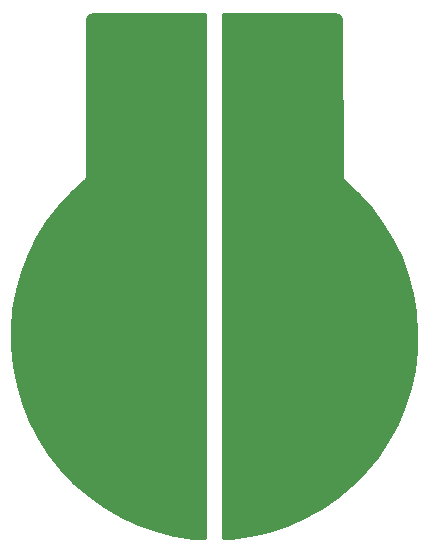
<source format=gbr>
%TF.GenerationSoftware,KiCad,Pcbnew,(5.1.9)-1*%
%TF.CreationDate,2022-03-15T15:55:04-05:00*%
%TF.ProjectId,ArmMotorPCBJ4,41726d4d-6f74-46f7-9250-43424a342e6b,rev?*%
%TF.SameCoordinates,Original*%
%TF.FileFunction,Copper,L1,Top*%
%TF.FilePolarity,Positive*%
%FSLAX46Y46*%
G04 Gerber Fmt 4.6, Leading zero omitted, Abs format (unit mm)*
G04 Created by KiCad (PCBNEW (5.1.9)-1) date 2022-03-15 15:55:04*
%MOMM*%
%LPD*%
G01*
G04 APERTURE LIST*
%TA.AperFunction,ComponentPad*%
%ADD10O,3.000000X5.100000*%
%TD*%
%TA.AperFunction,ComponentPad*%
%ADD11O,5.100000X3.000000*%
%TD*%
%TA.AperFunction,Conductor*%
%ADD12C,0.254000*%
%TD*%
%TA.AperFunction,Conductor*%
%ADD13C,0.100000*%
%TD*%
G04 APERTURE END LIST*
%TO.P,TP1,1*%
%TO.N,Net-(Conn1-Pad2)*%
%TA.AperFunction,ComponentPad*%
G36*
G01*
X138533307Y-73402392D02*
X137048381Y-74887318D01*
G75*
G02*
X134927063Y-74887318I-1060659J1060659D01*
G01*
X134927063Y-74887318D01*
G75*
G02*
X134927063Y-72766000I1060659J1060659D01*
G01*
X136411989Y-71281074D01*
G75*
G02*
X138533307Y-71281074I1060659J-1060659D01*
G01*
X138533307Y-71281074D01*
G75*
G02*
X138533307Y-73402392I-1060659J-1060659D01*
G01*
G37*
%TD.AperFunction*%
%TD*%
%TO.P,TP2,1*%
%TO.N,Net-(Conn1-Pad1)*%
%TA.AperFunction,ComponentPad*%
G36*
G01*
X115506233Y-53693068D02*
X116991159Y-52208142D01*
G75*
G02*
X119112477Y-52208142I1060659J-1060659D01*
G01*
X119112477Y-52208142D01*
G75*
G02*
X119112477Y-54329460I-1060659J-1060659D01*
G01*
X117627551Y-55814386D01*
G75*
G02*
X115506233Y-55814386I-1060659J1060659D01*
G01*
X115506233Y-55814386D01*
G75*
G02*
X115506233Y-53693068I1060659J1060659D01*
G01*
G37*
%TD.AperFunction*%
%TD*%
D10*
%TO.P,TP2,1*%
%TO.N,Net-(Conn1-Pad2)*%
X140609600Y-63377000D03*
%TD*%
%TO.P,TP1,1*%
%TO.N,Net-(Conn1-Pad1)*%
X113390400Y-63623000D03*
%TD*%
D11*
%TO.P,Conn1,2*%
%TO.N,Net-(Conn1-Pad2)*%
X130863000Y-39496000D03*
%TO.P,Conn1,1*%
%TO.N,Net-(Conn1-Pad1)*%
X122963000Y-39496000D03*
%TD*%
D12*
%TO.N,Net-(Conn1-Pad2)*%
X137277869Y-36234722D02*
X137391246Y-36268953D01*
X137495819Y-36324555D01*
X137587596Y-36399407D01*
X137663091Y-36490664D01*
X137719419Y-36594844D01*
X137754440Y-36707976D01*
X137770063Y-36856620D01*
X137801392Y-49907779D01*
X137811175Y-50004720D01*
X137849214Y-50129039D01*
X137910774Y-50243549D01*
X137993492Y-50343848D01*
X138028066Y-50372084D01*
X139221777Y-51476231D01*
X140299078Y-52679771D01*
X141258324Y-53979335D01*
X142091019Y-55363417D01*
X142789765Y-56819719D01*
X143348362Y-58335321D01*
X143761846Y-59896754D01*
X144026552Y-61490176D01*
X144140128Y-63101428D01*
X144101568Y-64716232D01*
X143911212Y-66320240D01*
X143570756Y-67899192D01*
X143083206Y-69439135D01*
X142452912Y-70926330D01*
X141685449Y-72347623D01*
X140787640Y-73690379D01*
X139767455Y-74942681D01*
X138633938Y-76093424D01*
X137397159Y-77132386D01*
X136068098Y-78050342D01*
X134658545Y-78839150D01*
X133181021Y-79491805D01*
X131648625Y-80002519D01*
X130074964Y-80366756D01*
X128474019Y-80581280D01*
X127762000Y-80609032D01*
X127762000Y-36220000D01*
X137127721Y-36220000D01*
X137277869Y-36234722D01*
%TA.AperFunction,Conductor*%
D13*
G36*
X137277869Y-36234722D02*
G01*
X137391246Y-36268953D01*
X137495819Y-36324555D01*
X137587596Y-36399407D01*
X137663091Y-36490664D01*
X137719419Y-36594844D01*
X137754440Y-36707976D01*
X137770063Y-36856620D01*
X137801392Y-49907779D01*
X137811175Y-50004720D01*
X137849214Y-50129039D01*
X137910774Y-50243549D01*
X137993492Y-50343848D01*
X138028066Y-50372084D01*
X139221777Y-51476231D01*
X140299078Y-52679771D01*
X141258324Y-53979335D01*
X142091019Y-55363417D01*
X142789765Y-56819719D01*
X143348362Y-58335321D01*
X143761846Y-59896754D01*
X144026552Y-61490176D01*
X144140128Y-63101428D01*
X144101568Y-64716232D01*
X143911212Y-66320240D01*
X143570756Y-67899192D01*
X143083206Y-69439135D01*
X142452912Y-70926330D01*
X141685449Y-72347623D01*
X140787640Y-73690379D01*
X139767455Y-74942681D01*
X138633938Y-76093424D01*
X137397159Y-77132386D01*
X136068098Y-78050342D01*
X134658545Y-78839150D01*
X133181021Y-79491805D01*
X131648625Y-80002519D01*
X130074964Y-80366756D01*
X128474019Y-80581280D01*
X127762000Y-80609032D01*
X127762000Y-36220000D01*
X137127721Y-36220000D01*
X137277869Y-36234722D01*
G37*
%TD.AperFunction*%
%TD*%
D12*
%TO.N,Net-(Conn1-Pad1)*%
X126238000Y-80609765D02*
X125247197Y-80554927D01*
X123649974Y-80314284D01*
X122082458Y-79924391D01*
X120558616Y-79388720D01*
X119091946Y-78712019D01*
X117695471Y-77900297D01*
X116381568Y-76960748D01*
X115161927Y-75901729D01*
X114047361Y-74732630D01*
X113047761Y-73463829D01*
X112172001Y-72106584D01*
X111427859Y-70672954D01*
X110821933Y-69175647D01*
X110359607Y-67627976D01*
X110044980Y-66043649D01*
X109880848Y-64436749D01*
X109868668Y-62821549D01*
X110008546Y-61212351D01*
X110299243Y-59623461D01*
X110738172Y-58068996D01*
X111321448Y-56562719D01*
X112043885Y-55118026D01*
X112899072Y-53747735D01*
X113879420Y-52464003D01*
X114977808Y-51276519D01*
X116001446Y-50347225D01*
X116038948Y-50316448D01*
X116121425Y-50215950D01*
X116182710Y-50101293D01*
X116220450Y-49976883D01*
X116230000Y-49879919D01*
X116230000Y-36862279D01*
X116244722Y-36712131D01*
X116278953Y-36598754D01*
X116334555Y-36494181D01*
X116409407Y-36402404D01*
X116500664Y-36326909D01*
X116604844Y-36270581D01*
X116717976Y-36235560D01*
X116866022Y-36220000D01*
X126238000Y-36220000D01*
X126238000Y-80609765D01*
%TA.AperFunction,Conductor*%
D13*
G36*
X126238000Y-80609765D02*
G01*
X125247197Y-80554927D01*
X123649974Y-80314284D01*
X122082458Y-79924391D01*
X120558616Y-79388720D01*
X119091946Y-78712019D01*
X117695471Y-77900297D01*
X116381568Y-76960748D01*
X115161927Y-75901729D01*
X114047361Y-74732630D01*
X113047761Y-73463829D01*
X112172001Y-72106584D01*
X111427859Y-70672954D01*
X110821933Y-69175647D01*
X110359607Y-67627976D01*
X110044980Y-66043649D01*
X109880848Y-64436749D01*
X109868668Y-62821549D01*
X110008546Y-61212351D01*
X110299243Y-59623461D01*
X110738172Y-58068996D01*
X111321448Y-56562719D01*
X112043885Y-55118026D01*
X112899072Y-53747735D01*
X113879420Y-52464003D01*
X114977808Y-51276519D01*
X116001446Y-50347225D01*
X116038948Y-50316448D01*
X116121425Y-50215950D01*
X116182710Y-50101293D01*
X116220450Y-49976883D01*
X116230000Y-49879919D01*
X116230000Y-36862279D01*
X116244722Y-36712131D01*
X116278953Y-36598754D01*
X116334555Y-36494181D01*
X116409407Y-36402404D01*
X116500664Y-36326909D01*
X116604844Y-36270581D01*
X116717976Y-36235560D01*
X116866022Y-36220000D01*
X126238000Y-36220000D01*
X126238000Y-80609765D01*
G37*
%TD.AperFunction*%
%TD*%
M02*

</source>
